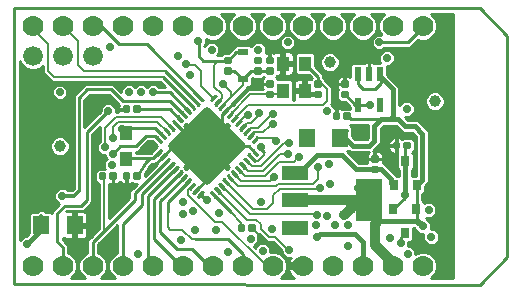
<source format=gbl>
G75*
G70*
%OFA0B0*%
%FSLAX24Y24*%
%IPPOS*%
%LPD*%
%AMOC8*
5,1,8,0,0,1.08239X$1,22.5*
%
%ADD10C,0.0100*%
%ADD11C,0.0125*%
%ADD12C,0.0394*%
%ADD13R,0.0394X0.0472*%
%ADD14R,0.0217X0.0472*%
%ADD15R,0.0310X0.0350*%
%ADD16R,0.0551X0.0630*%
%ADD17R,0.0413X0.0512*%
%ADD18C,0.0087*%
%ADD19C,0.0190*%
%ADD20R,0.0880X0.0480*%
%ADD21R,0.0866X0.1417*%
%ADD22R,0.0327X0.0248*%
%ADD23C,0.0700*%
%ADD24C,0.0660*%
%ADD25OC8,0.0240*%
%ADD26C,0.0080*%
%ADD27OC8,0.0270*%
%ADD28C,0.0160*%
%ADD29C,0.0570*%
%ADD30C,0.0720*%
%ADD31C,0.0320*%
%ADD32C,0.0120*%
D10*
X001820Y001850D02*
X017340Y001840D01*
X018270Y002770D01*
X018270Y010130D01*
X017350Y011050D01*
X001820Y011050D01*
X001820Y001850D01*
X003450Y002450D02*
X003450Y003090D01*
X003270Y003270D01*
X003270Y004230D01*
X003510Y004470D01*
X004070Y004470D01*
X004250Y004650D01*
X004250Y006920D01*
X004960Y007630D01*
X005210Y007635D02*
X005300Y007635D01*
X005300Y007667D02*
X005300Y007590D01*
X005210Y007590D01*
X005210Y007734D01*
X005064Y007880D01*
X004856Y007880D01*
X004710Y007734D01*
X004710Y007635D01*
X004170Y007095D01*
X004170Y007995D01*
X004345Y008170D01*
X004975Y008170D01*
X005317Y007829D01*
X005314Y007825D01*
X005300Y007770D01*
X005300Y007693D01*
X005562Y007693D01*
X005562Y007667D01*
X005300Y007667D01*
X005300Y007733D02*
X005210Y007733D01*
X005112Y007832D02*
X005314Y007832D01*
X005215Y007930D02*
X004170Y007930D01*
X004170Y007832D02*
X004808Y007832D01*
X004710Y007733D02*
X004170Y007733D01*
X004170Y007635D02*
X004710Y007635D01*
X004611Y007536D02*
X004170Y007536D01*
X004170Y007438D02*
X004513Y007438D01*
X004414Y007339D02*
X004170Y007339D01*
X004170Y007241D02*
X004316Y007241D01*
X004217Y007142D02*
X004170Y007142D01*
X003810Y007142D02*
X002020Y007142D01*
X002020Y007044D02*
X003810Y007044D01*
X003810Y006945D02*
X002020Y006945D01*
X002020Y006847D02*
X003810Y006847D01*
X003810Y006748D02*
X003485Y006748D01*
X003535Y006727D02*
X003415Y006777D01*
X003285Y006777D01*
X003165Y006727D01*
X003073Y006635D01*
X003023Y006515D01*
X003023Y006385D01*
X003073Y006265D01*
X003165Y006173D01*
X003285Y006123D01*
X003415Y006123D01*
X003535Y006173D01*
X003627Y006265D01*
X003677Y006385D01*
X003677Y006515D01*
X003627Y006635D01*
X003535Y006727D01*
X003613Y006650D02*
X003810Y006650D01*
X003810Y006551D02*
X003662Y006551D01*
X003677Y006453D02*
X003810Y006453D01*
X003810Y006354D02*
X003664Y006354D01*
X003618Y006256D02*
X003810Y006256D01*
X003810Y006157D02*
X003497Y006157D01*
X003203Y006157D02*
X002020Y006157D01*
X002020Y006059D02*
X003810Y006059D01*
X003810Y005960D02*
X002020Y005960D01*
X002020Y005862D02*
X003810Y005862D01*
X003810Y005763D02*
X002020Y005763D01*
X002020Y005665D02*
X003810Y005665D01*
X003810Y005566D02*
X002020Y005566D01*
X002020Y005468D02*
X003810Y005468D01*
X003810Y005369D02*
X002020Y005369D01*
X002020Y005271D02*
X003810Y005271D01*
X003810Y005172D02*
X002020Y005172D01*
X002020Y005074D02*
X003810Y005074D01*
X003810Y005039D02*
X003751Y004980D01*
X003615Y004980D01*
X003540Y005055D01*
X003320Y005055D01*
X003165Y004900D01*
X003165Y004680D01*
X003315Y004530D01*
X003090Y004305D01*
X003090Y004233D01*
X003068Y004255D01*
X002874Y004255D01*
X002818Y004311D01*
X002660Y004311D01*
X002604Y004255D01*
X002409Y004255D01*
X002333Y004179D01*
X002333Y003550D01*
X002238Y003455D01*
X002160Y003455D01*
X002020Y003315D01*
X002020Y009286D01*
X002060Y009189D01*
X002189Y009060D01*
X002358Y008990D01*
X002541Y008990D01*
X002711Y009060D01*
X002780Y009129D01*
X002780Y008880D01*
X002880Y008780D01*
X003080Y008580D01*
X006701Y008580D01*
X006851Y008430D01*
X006645Y008430D01*
X006560Y008515D01*
X006340Y008515D01*
X006250Y008425D01*
X006160Y008515D01*
X005940Y008515D01*
X005850Y008425D01*
X005760Y008515D01*
X005540Y008515D01*
X005385Y008360D01*
X005385Y008270D01*
X005230Y008425D01*
X005125Y008530D01*
X004195Y008530D01*
X003915Y008250D01*
X003810Y008145D01*
X003810Y005039D01*
X003990Y004950D02*
X003990Y008070D01*
X004270Y008350D01*
X005050Y008350D01*
X005450Y007950D01*
X007028Y007950D01*
X007477Y007501D01*
X007338Y007362D02*
X007020Y007680D01*
X005925Y007680D01*
X006450Y008250D02*
X007007Y008250D01*
X007617Y007640D01*
X007756Y007779D02*
X006785Y008750D01*
X006760Y008521D02*
X005134Y008521D01*
X005232Y008423D02*
X005448Y008423D01*
X005385Y008324D02*
X005331Y008324D01*
X005117Y008029D02*
X004203Y008029D01*
X004302Y008127D02*
X005018Y008127D01*
X004186Y008521D02*
X002020Y008521D01*
X002020Y008423D02*
X003169Y008423D01*
X003100Y008354D02*
X003100Y008146D01*
X003246Y008000D01*
X003454Y008000D01*
X003600Y008146D01*
X003600Y008354D01*
X003454Y008500D01*
X003246Y008500D01*
X003100Y008354D01*
X003100Y008324D02*
X002020Y008324D01*
X002020Y008226D02*
X003100Y008226D01*
X003119Y008127D02*
X002020Y008127D01*
X002020Y008029D02*
X003218Y008029D01*
X003482Y008029D02*
X003810Y008029D01*
X003810Y008127D02*
X003581Y008127D01*
X003600Y008226D02*
X003891Y008226D01*
X003989Y008324D02*
X003600Y008324D01*
X003531Y008423D02*
X004088Y008423D01*
X003810Y007930D02*
X002020Y007930D01*
X002020Y007832D02*
X003810Y007832D01*
X003810Y007733D02*
X002020Y007733D01*
X002020Y007635D02*
X003810Y007635D01*
X003810Y007536D02*
X002020Y007536D01*
X002020Y007438D02*
X003810Y007438D01*
X003810Y007339D02*
X002020Y007339D01*
X002020Y007241D02*
X003810Y007241D01*
X004430Y006845D02*
X004690Y007105D01*
X004690Y006604D01*
X004600Y006514D01*
X004600Y006306D01*
X004746Y006160D01*
X004860Y006160D01*
X004860Y006096D01*
X004921Y006036D01*
X004835Y005950D01*
X004835Y005730D01*
X004860Y005705D01*
X004633Y005705D01*
X004520Y005592D01*
X004520Y005308D01*
X004633Y005195D01*
X004660Y005195D01*
X004660Y003715D01*
X004375Y003430D01*
X004270Y003325D01*
X004270Y002895D01*
X004178Y002857D01*
X004043Y002722D01*
X003970Y002545D01*
X003970Y002355D01*
X004043Y002178D01*
X004173Y002048D01*
X003728Y002049D01*
X003857Y002178D01*
X003930Y002355D01*
X003930Y002545D01*
X003857Y002722D01*
X003722Y002857D01*
X003630Y002895D01*
X003630Y003165D01*
X003525Y003270D01*
X003525Y003270D01*
X003450Y003345D01*
X003450Y003399D01*
X003473Y003375D01*
X003508Y003355D01*
X003546Y003345D01*
X003791Y003345D01*
X003791Y003760D01*
X003891Y003760D01*
X003891Y003345D01*
X004137Y003345D01*
X004175Y003355D01*
X004209Y003375D01*
X004237Y003403D01*
X004257Y003437D01*
X004267Y003475D01*
X004267Y003760D01*
X003891Y003760D01*
X003891Y003860D01*
X003791Y003860D01*
X003791Y004275D01*
X003570Y004275D01*
X003585Y004290D01*
X004145Y004290D01*
X004430Y004575D01*
X004430Y006845D01*
X004431Y006847D02*
X004690Y006847D01*
X004690Y006945D02*
X004530Y006945D01*
X004628Y007044D02*
X004690Y007044D01*
X004690Y006748D02*
X004430Y006748D01*
X004430Y006650D02*
X004690Y006650D01*
X004637Y006551D02*
X004430Y006551D01*
X004430Y006453D02*
X004600Y006453D01*
X004600Y006354D02*
X004430Y006354D01*
X004430Y006256D02*
X004651Y006256D01*
X004860Y006157D02*
X004430Y006157D01*
X004430Y006059D02*
X004898Y006059D01*
X004845Y005960D02*
X004430Y005960D01*
X004430Y005862D02*
X004835Y005862D01*
X004835Y005763D02*
X004430Y005763D01*
X004430Y005665D02*
X004592Y005665D01*
X004520Y005566D02*
X004430Y005566D01*
X004430Y005468D02*
X004520Y005468D01*
X004520Y005369D02*
X004430Y005369D01*
X004430Y005271D02*
X004557Y005271D01*
X004660Y005172D02*
X004430Y005172D01*
X004430Y005074D02*
X004660Y005074D01*
X004660Y004975D02*
X004430Y004975D01*
X004430Y004877D02*
X004660Y004877D01*
X004660Y004778D02*
X004430Y004778D01*
X004430Y004680D02*
X004660Y004680D01*
X004660Y004581D02*
X004430Y004581D01*
X004337Y004483D02*
X004660Y004483D01*
X004660Y004384D02*
X004239Y004384D01*
X004175Y004265D02*
X004137Y004275D01*
X003891Y004275D01*
X003891Y003860D01*
X004267Y003860D01*
X004267Y004145D01*
X004257Y004183D01*
X004237Y004217D01*
X004209Y004245D01*
X004175Y004265D01*
X004254Y004187D02*
X004660Y004187D01*
X004660Y004089D02*
X004267Y004089D01*
X004267Y003990D02*
X004660Y003990D01*
X004660Y003892D02*
X004267Y003892D01*
X004267Y003695D02*
X004640Y003695D01*
X004660Y003793D02*
X003891Y003793D01*
X003891Y003695D02*
X003791Y003695D01*
X003791Y003596D02*
X003891Y003596D01*
X003891Y003498D02*
X003791Y003498D01*
X003791Y003399D02*
X003891Y003399D01*
X004233Y003399D02*
X004344Y003399D01*
X004270Y003301D02*
X003494Y003301D01*
X003593Y003202D02*
X004270Y003202D01*
X004270Y003104D02*
X003630Y003104D01*
X003630Y003005D02*
X004270Y003005D01*
X004270Y002907D02*
X003630Y002907D01*
X003771Y002808D02*
X004129Y002808D01*
X004038Y002710D02*
X003862Y002710D01*
X003903Y002611D02*
X003997Y002611D01*
X003970Y002513D02*
X003930Y002513D01*
X003930Y002414D02*
X003970Y002414D01*
X003986Y002316D02*
X003914Y002316D01*
X003873Y002217D02*
X004027Y002217D01*
X004103Y002119D02*
X003797Y002119D01*
X004450Y002450D02*
X004450Y003250D01*
X004830Y003630D01*
X005850Y004650D01*
X005850Y004880D01*
X006921Y005951D01*
X006921Y005956D01*
X007060Y005817D02*
X006100Y004857D01*
X006100Y004500D01*
X005450Y003850D01*
X005450Y002450D01*
X005103Y002119D02*
X004797Y002119D01*
X004857Y002178D02*
X004727Y002048D01*
X005173Y002048D01*
X005043Y002178D01*
X004970Y002355D01*
X004970Y002545D01*
X005043Y002722D01*
X005178Y002857D01*
X005270Y002895D01*
X005270Y003815D01*
X005010Y003555D01*
X004630Y003175D01*
X004630Y002895D01*
X004722Y002857D01*
X004857Y002722D01*
X004930Y002545D01*
X004930Y002355D01*
X004857Y002178D01*
X004873Y002217D02*
X005027Y002217D01*
X004986Y002316D02*
X004914Y002316D01*
X004930Y002414D02*
X004970Y002414D01*
X004970Y002513D02*
X004930Y002513D01*
X004903Y002611D02*
X004997Y002611D01*
X005038Y002710D02*
X004862Y002710D01*
X004771Y002808D02*
X005129Y002808D01*
X005270Y002907D02*
X004630Y002907D01*
X004630Y003005D02*
X005270Y003005D01*
X005270Y003104D02*
X004630Y003104D01*
X004657Y003202D02*
X005270Y003202D01*
X005270Y003301D02*
X004755Y003301D01*
X004854Y003399D02*
X005270Y003399D01*
X005270Y003498D02*
X004952Y003498D01*
X005051Y003596D02*
X005270Y003596D01*
X005270Y003695D02*
X005149Y003695D01*
X005248Y003793D02*
X005270Y003793D01*
X005000Y004055D02*
X005000Y005184D01*
X005035Y005175D01*
X005112Y005175D01*
X005112Y005437D01*
X005138Y005437D01*
X005138Y005175D01*
X005215Y005175D01*
X005270Y005189D01*
X005318Y005217D01*
X005350Y005249D01*
X005382Y005217D01*
X005430Y005189D01*
X005485Y005175D01*
X005562Y005175D01*
X005562Y005437D01*
X005588Y005437D01*
X005588Y005175D01*
X005665Y005175D01*
X005720Y005189D01*
X005763Y005215D01*
X005783Y005195D01*
X005910Y005195D01*
X005775Y005060D01*
X005670Y004955D01*
X005670Y004725D01*
X005000Y004055D01*
X005000Y004089D02*
X005034Y004089D01*
X005000Y004187D02*
X005132Y004187D01*
X005231Y004286D02*
X005000Y004286D01*
X005000Y004384D02*
X005329Y004384D01*
X005428Y004483D02*
X005000Y004483D01*
X005000Y004581D02*
X005526Y004581D01*
X005625Y004680D02*
X005000Y004680D01*
X005000Y004778D02*
X005670Y004778D01*
X005670Y004877D02*
X005000Y004877D01*
X005000Y004975D02*
X005690Y004975D01*
X005789Y005074D02*
X005000Y005074D01*
X005000Y005172D02*
X005887Y005172D01*
X005925Y005450D02*
X006225Y005925D01*
X006350Y006050D01*
X005583Y006050D01*
X005550Y006017D01*
X005877Y006230D02*
X005877Y006270D01*
X005965Y006270D01*
X006070Y006375D01*
X006070Y006375D01*
X006305Y006610D01*
X006438Y006610D01*
X006598Y006450D01*
X006562Y006414D01*
X006560Y006414D01*
X006375Y006230D01*
X005877Y006230D01*
X005877Y006256D02*
X006401Y006256D01*
X006499Y006354D02*
X006049Y006354D01*
X006147Y006453D02*
X006595Y006453D01*
X006497Y006551D02*
X006246Y006551D01*
X006230Y006790D02*
X005890Y006450D01*
X005360Y006450D01*
X005110Y006200D01*
X005550Y006750D02*
X005550Y006883D01*
X005537Y006883D01*
X005410Y007010D01*
X005550Y006883D02*
X005717Y007050D01*
X006536Y007050D01*
X006782Y006805D01*
X006642Y006666D02*
X006518Y006790D01*
X006230Y006790D01*
X006634Y006234D02*
X006450Y006050D01*
X006350Y006050D01*
X006425Y005870D02*
X006525Y005870D01*
X006555Y005901D01*
X006571Y005885D01*
X006781Y006095D01*
X006781Y006095D01*
X006571Y005885D01*
X006586Y005870D01*
X006180Y005465D01*
X006180Y005517D01*
X006366Y005812D01*
X006425Y005870D01*
X006416Y005862D02*
X006577Y005862D01*
X006646Y005960D02*
X006646Y005960D01*
X006745Y006059D02*
X006745Y006059D01*
X006782Y006095D02*
X007636Y006950D01*
X007750Y006950D01*
X007472Y006950D01*
X007199Y007223D01*
X007499Y007130D02*
X008179Y006450D01*
X008250Y006521D01*
X007570Y007201D01*
X007499Y007130D01*
X007511Y007142D02*
X007629Y007142D01*
X007586Y007044D02*
X007727Y007044D01*
X007684Y006945D02*
X007826Y006945D01*
X007783Y006847D02*
X007924Y006847D01*
X007881Y006748D02*
X008023Y006748D01*
X007980Y006650D02*
X008121Y006650D01*
X008078Y006551D02*
X008220Y006551D01*
X008250Y006521D02*
X008930Y007201D01*
X009001Y007130D01*
X008321Y006450D01*
X009001Y005770D01*
X008930Y005699D01*
X008250Y006379D01*
X008321Y006450D01*
X008250Y006521D01*
X008280Y006551D02*
X008422Y006551D01*
X008379Y006650D02*
X008520Y006650D01*
X008477Y006748D02*
X008619Y006748D01*
X008576Y006847D02*
X008717Y006847D01*
X008674Y006945D02*
X008816Y006945D01*
X008750Y006950D02*
X008950Y006950D01*
X009450Y006450D01*
X009642Y006450D01*
X009858Y006234D01*
X009719Y006095D02*
X009864Y005950D01*
X010150Y006250D02*
X010050Y006350D01*
X010050Y006410D01*
X008994Y005763D02*
X008866Y005763D01*
X008909Y005862D02*
X008768Y005862D01*
X008750Y005836D02*
X008750Y005950D01*
X008811Y005960D02*
X008669Y005960D01*
X008712Y006059D02*
X008571Y006059D01*
X008614Y006157D02*
X008472Y006157D01*
X008515Y006256D02*
X008374Y006256D01*
X008417Y006354D02*
X008275Y006354D01*
X008250Y006379D02*
X007570Y005699D01*
X007499Y005770D01*
X008179Y006450D01*
X008250Y006379D01*
X008225Y006354D02*
X008083Y006354D01*
X008126Y006256D02*
X007985Y006256D01*
X008028Y006157D02*
X007886Y006157D01*
X007929Y006059D02*
X007788Y006059D01*
X007831Y005960D02*
X007689Y005960D01*
X007732Y005862D02*
X007591Y005862D01*
X007634Y005763D02*
X007506Y005763D01*
X007338Y005538D02*
X006500Y004700D01*
X006500Y003350D01*
X007400Y002450D01*
X007450Y002450D01*
X007270Y003030D02*
X007750Y003030D01*
X008330Y002450D01*
X008450Y002450D01*
X009450Y002450D02*
X009450Y002850D01*
X008950Y003350D01*
X007850Y003350D01*
X007270Y003030D02*
X006700Y003600D01*
X006700Y004622D01*
X007477Y005399D01*
X007617Y005260D02*
X006950Y004593D01*
X006950Y004250D01*
X006300Y004778D02*
X006300Y002650D01*
X006450Y002500D01*
X006450Y002450D01*
X004541Y003596D02*
X004267Y003596D01*
X004267Y003498D02*
X004443Y003498D01*
X003891Y003892D02*
X003791Y003892D01*
X003791Y003990D02*
X003891Y003990D01*
X003891Y004089D02*
X003791Y004089D01*
X003791Y004187D02*
X003891Y004187D01*
X003580Y004286D02*
X004660Y004286D01*
X005112Y005271D02*
X005138Y005271D01*
X005138Y005369D02*
X005112Y005369D01*
X005562Y005369D02*
X005588Y005369D01*
X005588Y005271D02*
X005562Y005271D01*
X006180Y005468D02*
X006183Y005468D01*
X006211Y005566D02*
X006281Y005566D01*
X006273Y005665D02*
X006380Y005665D01*
X006336Y005763D02*
X006478Y005763D01*
X006634Y006234D02*
X006642Y006234D01*
X007199Y005677D02*
X006300Y004778D01*
X007802Y004888D02*
X007895Y004981D01*
X007802Y004888D01*
X007802Y004888D01*
X007889Y004975D02*
X007889Y004975D01*
X007895Y004981D02*
X007895Y004981D01*
X008750Y005836D01*
X008323Y006453D02*
X008318Y006453D01*
X008250Y006450D02*
X007950Y006450D01*
X008177Y006453D02*
X008182Y006453D01*
X008750Y006950D02*
X008750Y007507D01*
X008883Y007640D01*
X008749Y007506D01*
X008749Y007506D01*
X008883Y007640D01*
X008883Y007640D01*
X009094Y007851D01*
X009077Y007867D01*
X009140Y007930D01*
X009240Y008030D01*
X009240Y008035D01*
X009620Y008415D01*
X009620Y008423D01*
X009667Y008423D01*
X009743Y008499D01*
X009743Y008716D01*
X009768Y008740D01*
X009808Y008700D01*
X010092Y008700D01*
X010150Y008758D01*
X010154Y008754D01*
X010117Y008718D01*
X010089Y008670D01*
X010075Y008615D01*
X010075Y008538D01*
X010337Y008538D01*
X010337Y008512D01*
X010075Y008512D01*
X010075Y008435D01*
X010089Y008380D01*
X010110Y008345D01*
X009626Y008345D01*
X009527Y008245D01*
X009113Y007832D01*
X009094Y007851D01*
X008883Y007640D01*
X008883Y007640D01*
X008878Y007635D02*
X008878Y007635D01*
X008976Y007733D02*
X008976Y007733D01*
X009075Y007832D02*
X009075Y007832D01*
X009140Y007930D02*
X009211Y007930D01*
X009239Y008029D02*
X009310Y008029D01*
X009332Y008127D02*
X009408Y008127D01*
X009431Y008226D02*
X009507Y008226D01*
X009529Y008324D02*
X009605Y008324D01*
X009620Y008423D02*
X010078Y008423D01*
X010076Y008620D02*
X009743Y008620D01*
X009745Y008718D02*
X009790Y008718D01*
X009743Y008521D02*
X010337Y008521D01*
X010118Y008718D02*
X010110Y008718D01*
X009950Y008955D02*
X009728Y008955D01*
X009450Y008677D01*
X009172Y008955D01*
X008950Y008955D01*
X008950Y009305D02*
X008650Y009305D01*
X008135Y009305D01*
X007990Y009450D01*
X007990Y009910D01*
X007950Y009950D01*
X008170Y009795D02*
X008215Y009840D01*
X008215Y010028D01*
X008355Y009970D01*
X008545Y009970D01*
X008722Y010043D01*
X008857Y010178D01*
X008930Y010355D01*
X008930Y010545D01*
X008857Y010722D01*
X008729Y010850D01*
X009171Y010850D01*
X009043Y010722D01*
X008970Y010545D01*
X008970Y010355D01*
X009043Y010178D01*
X009178Y010043D01*
X009355Y009970D01*
X009545Y009970D01*
X009722Y010043D01*
X009857Y010178D01*
X009930Y010355D01*
X009930Y010545D01*
X009857Y010722D01*
X009729Y010850D01*
X010171Y010850D01*
X010043Y010722D01*
X009970Y010545D01*
X009970Y010355D01*
X010043Y010178D01*
X010178Y010043D01*
X010355Y009970D01*
X010545Y009970D01*
X010722Y010043D01*
X010857Y010178D01*
X010930Y010355D01*
X010930Y010545D01*
X010857Y010722D01*
X010729Y010850D01*
X011171Y010850D01*
X011043Y010722D01*
X010970Y010545D01*
X010970Y010355D01*
X011043Y010178D01*
X011178Y010043D01*
X011355Y009970D01*
X011545Y009970D01*
X011722Y010043D01*
X011857Y010178D01*
X011930Y010355D01*
X011930Y010545D01*
X011857Y010722D01*
X011729Y010850D01*
X012171Y010850D01*
X012043Y010722D01*
X011970Y010545D01*
X011970Y010355D01*
X012043Y010178D01*
X012178Y010043D01*
X012355Y009970D01*
X012545Y009970D01*
X012722Y010043D01*
X012857Y010178D01*
X012930Y010355D01*
X012930Y010545D01*
X012857Y010722D01*
X012729Y010850D01*
X013171Y010850D01*
X013043Y010722D01*
X012970Y010545D01*
X012970Y010355D01*
X013043Y010178D01*
X013178Y010043D01*
X013355Y009970D01*
X013545Y009970D01*
X013722Y010043D01*
X013857Y010178D01*
X013930Y010355D01*
X013930Y010545D01*
X013857Y010722D01*
X013729Y010850D01*
X014171Y010850D01*
X014043Y010722D01*
X013970Y010545D01*
X013970Y010355D01*
X014043Y010178D01*
X014061Y010160D01*
X013886Y010160D01*
X013740Y010014D01*
X013740Y009806D01*
X013886Y009660D01*
X014094Y009660D01*
X014164Y009730D01*
X015025Y009730D01*
X015291Y009996D01*
X015355Y009970D01*
X015545Y009970D01*
X015722Y010043D01*
X015857Y010178D01*
X015930Y010355D01*
X015930Y010545D01*
X015857Y010722D01*
X015729Y010850D01*
X016450Y010850D01*
X016450Y002041D01*
X015717Y002041D01*
X015722Y002043D01*
X015857Y002178D01*
X015930Y002355D01*
X015930Y002545D01*
X015857Y002722D01*
X015722Y002857D01*
X015545Y002930D01*
X015355Y002930D01*
X015205Y002868D01*
X015205Y002980D01*
X015050Y003135D01*
X014960Y003135D01*
X014960Y003245D01*
X015049Y003245D01*
X015125Y003321D01*
X015125Y003740D01*
X015143Y003740D01*
X015193Y003690D01*
X015195Y003690D01*
X015195Y003670D01*
X015350Y003515D01*
X015465Y003515D01*
X015465Y003310D01*
X015620Y003155D01*
X015840Y003155D01*
X015995Y003310D01*
X015995Y003530D01*
X015840Y003685D01*
X015725Y003685D01*
X015725Y003890D01*
X015570Y004045D01*
X015552Y004045D01*
X015552Y004045D01*
X015750Y004045D01*
X015905Y004200D01*
X015905Y004420D01*
X015750Y004575D01*
X015530Y004575D01*
X015505Y004550D01*
X015505Y004579D01*
X015429Y004655D01*
X015420Y004655D01*
X015420Y004845D01*
X015449Y004845D01*
X015525Y004921D01*
X015525Y005138D01*
X015640Y005253D01*
X015640Y006957D01*
X015517Y007080D01*
X015277Y007320D01*
X014957Y007320D01*
X014852Y007425D01*
X015020Y007425D01*
X015175Y007580D01*
X015175Y007800D01*
X015020Y007955D01*
X014800Y007955D01*
X014660Y007815D01*
X014660Y008437D01*
X014262Y008835D01*
X014262Y009125D01*
X014360Y009125D01*
X014515Y009280D01*
X014515Y009500D01*
X014360Y009655D01*
X014140Y009655D01*
X013985Y009500D01*
X013985Y009280D01*
X014037Y009228D01*
X013862Y009228D01*
X013851Y009217D01*
X013850Y009218D01*
X013816Y009238D01*
X013778Y009248D01*
X013654Y009248D01*
X013654Y008866D01*
X013646Y008866D01*
X013646Y009248D01*
X013522Y009248D01*
X013484Y009238D01*
X013450Y009218D01*
X013449Y009217D01*
X013438Y009228D01*
X013114Y009228D01*
X013038Y009152D01*
X013038Y008761D01*
X012995Y008786D01*
X012940Y008800D01*
X012863Y008800D01*
X012863Y008538D01*
X012837Y008538D01*
X012837Y008800D01*
X012760Y008800D01*
X012705Y008786D01*
X012657Y008758D01*
X012617Y008718D01*
X012589Y008670D01*
X012575Y008615D01*
X012575Y008538D01*
X012837Y008538D01*
X012837Y008512D01*
X012575Y008512D01*
X012575Y008435D01*
X012589Y008380D01*
X012615Y008337D01*
X012595Y008317D01*
X012595Y008033D01*
X012708Y007920D01*
X012850Y007920D01*
X013007Y007764D01*
X013038Y007733D01*
X013038Y007705D01*
X012783Y007705D01*
X012763Y007685D01*
X012720Y007711D01*
X012665Y007725D01*
X012588Y007725D01*
X012588Y007463D01*
X012562Y007463D01*
X012562Y007725D01*
X012520Y007725D01*
X012520Y007734D01*
X012397Y007857D01*
X012420Y007880D01*
X012420Y008420D01*
X012245Y008595D01*
X012245Y008595D01*
X012205Y008635D01*
X012205Y008667D01*
X012130Y008742D01*
X012130Y008841D01*
X011851Y009121D01*
X011851Y009513D01*
X011775Y009589D01*
X011254Y009589D01*
X011177Y009513D01*
X011177Y008893D01*
X011254Y008817D01*
X011646Y008817D01*
X011067Y008817D01*
X011050Y008807D02*
X011085Y008827D01*
X011113Y008855D01*
X011132Y008889D01*
X011143Y008927D01*
X011143Y009153D01*
X010836Y009153D01*
X010836Y009253D01*
X010736Y009253D01*
X010736Y009609D01*
X010559Y009609D01*
X010521Y009598D01*
X010487Y009579D01*
X010478Y009570D01*
X010440Y009580D01*
X010363Y009580D01*
X010363Y009318D01*
X010337Y009318D01*
X010337Y009580D01*
X010260Y009580D01*
X010220Y009569D01*
X010220Y009774D01*
X010074Y009920D01*
X009866Y009920D01*
X009725Y009779D01*
X009667Y009837D01*
X009233Y009837D01*
X009159Y009763D01*
X009153Y009763D01*
X009048Y009657D01*
X008950Y009560D01*
X008808Y009560D01*
X008733Y009485D01*
X008589Y009485D01*
X008660Y009556D01*
X008660Y009764D01*
X008514Y009910D01*
X008306Y009910D01*
X008170Y009774D01*
X008170Y009795D01*
X008176Y009802D02*
X008198Y009802D01*
X008215Y009900D02*
X008296Y009900D01*
X008286Y009999D02*
X008215Y009999D01*
X008524Y009900D02*
X009846Y009900D01*
X009748Y009802D02*
X009702Y009802D01*
X009614Y009999D02*
X010286Y009999D01*
X010124Y010097D02*
X009776Y010097D01*
X009864Y010196D02*
X010036Y010196D01*
X009995Y010294D02*
X009905Y010294D01*
X009930Y010393D02*
X009970Y010393D01*
X009970Y010491D02*
X009930Y010491D01*
X009912Y010590D02*
X009988Y010590D01*
X010029Y010688D02*
X009871Y010688D01*
X009792Y010787D02*
X010108Y010787D01*
X010792Y010787D02*
X011108Y010787D01*
X011029Y010688D02*
X010871Y010688D01*
X010912Y010590D02*
X010988Y010590D01*
X010970Y010491D02*
X010930Y010491D01*
X010930Y010393D02*
X010970Y010393D01*
X010995Y010294D02*
X010905Y010294D01*
X010864Y010196D02*
X011036Y010196D01*
X011054Y010160D02*
X010846Y010160D01*
X010700Y010014D01*
X010700Y009806D01*
X010846Y009660D01*
X011054Y009660D01*
X011200Y009806D01*
X011200Y010014D01*
X011054Y010160D01*
X011117Y010097D02*
X011124Y010097D01*
X011200Y009999D02*
X011286Y009999D01*
X011200Y009900D02*
X013740Y009900D01*
X013740Y009999D02*
X013614Y009999D01*
X013776Y010097D02*
X013823Y010097D01*
X013864Y010196D02*
X014036Y010196D01*
X013995Y010294D02*
X013905Y010294D01*
X013930Y010393D02*
X013970Y010393D01*
X013970Y010491D02*
X013930Y010491D01*
X013912Y010590D02*
X013988Y010590D01*
X014029Y010688D02*
X013871Y010688D01*
X013792Y010787D02*
X014108Y010787D01*
X013108Y010787D02*
X012792Y010787D01*
X012871Y010688D02*
X013029Y010688D01*
X012988Y010590D02*
X012912Y010590D01*
X012930Y010491D02*
X012970Y010491D01*
X012970Y010393D02*
X012930Y010393D01*
X012905Y010294D02*
X012995Y010294D01*
X013036Y010196D02*
X012864Y010196D01*
X012776Y010097D02*
X013124Y010097D01*
X013286Y009999D02*
X012614Y009999D01*
X012286Y009999D02*
X011614Y009999D01*
X011776Y010097D02*
X012124Y010097D01*
X012036Y010196D02*
X011864Y010196D01*
X011905Y010294D02*
X011995Y010294D01*
X011970Y010393D02*
X011930Y010393D01*
X011930Y010491D02*
X011970Y010491D01*
X011988Y010590D02*
X011912Y010590D01*
X011871Y010688D02*
X012029Y010688D01*
X012108Y010787D02*
X011792Y010787D01*
X010783Y010097D02*
X010776Y010097D01*
X010700Y009999D02*
X010614Y009999D01*
X010700Y009900D02*
X010094Y009900D01*
X010192Y009802D02*
X010705Y009802D01*
X010803Y009703D02*
X010220Y009703D01*
X010220Y009605D02*
X010544Y009605D01*
X010736Y009605D02*
X010836Y009605D01*
X010836Y009609D02*
X010836Y009253D01*
X011143Y009253D01*
X011143Y009478D01*
X011132Y009517D01*
X011113Y009551D01*
X011085Y009579D01*
X011050Y009598D01*
X011012Y009609D01*
X010836Y009609D01*
X010836Y009506D02*
X010736Y009506D01*
X010736Y009408D02*
X010836Y009408D01*
X010836Y009309D02*
X010736Y009309D01*
X010836Y009211D02*
X011177Y009211D01*
X011177Y009309D02*
X011143Y009309D01*
X011143Y009408D02*
X011177Y009408D01*
X011177Y009506D02*
X011135Y009506D01*
X011028Y009605D02*
X014090Y009605D01*
X014137Y009703D02*
X016450Y009703D01*
X016450Y009605D02*
X014410Y009605D01*
X014509Y009506D02*
X016450Y009506D01*
X016450Y009408D02*
X014515Y009408D01*
X014515Y009309D02*
X016450Y009309D01*
X016450Y009211D02*
X014445Y009211D01*
X014262Y009112D02*
X016450Y009112D01*
X016450Y009014D02*
X014262Y009014D01*
X014262Y008915D02*
X016450Y008915D01*
X016450Y008817D02*
X014280Y008817D01*
X014379Y008718D02*
X016450Y008718D01*
X016450Y008620D02*
X014477Y008620D01*
X014576Y008521D02*
X016450Y008521D01*
X016450Y008423D02*
X014660Y008423D01*
X014660Y008324D02*
X016450Y008324D01*
X016450Y008226D02*
X016037Y008226D01*
X016035Y008227D02*
X015915Y008277D01*
X015785Y008277D01*
X015665Y008227D01*
X015573Y008135D01*
X015523Y008015D01*
X015523Y007885D01*
X015573Y007765D01*
X015665Y007673D01*
X015785Y007623D01*
X015915Y007623D01*
X016035Y007673D01*
X016127Y007765D01*
X016177Y007885D01*
X016177Y008015D01*
X016127Y008135D01*
X016035Y008227D01*
X016130Y008127D02*
X016450Y008127D01*
X016450Y008029D02*
X016171Y008029D01*
X016177Y007930D02*
X016450Y007930D01*
X016450Y007832D02*
X016155Y007832D01*
X016095Y007733D02*
X016450Y007733D01*
X016450Y007635D02*
X015942Y007635D01*
X015758Y007635D02*
X015175Y007635D01*
X015175Y007733D02*
X015605Y007733D01*
X015545Y007832D02*
X015143Y007832D01*
X015045Y007930D02*
X015523Y007930D01*
X015529Y008029D02*
X014660Y008029D01*
X014660Y008127D02*
X015570Y008127D01*
X015663Y008226D02*
X014660Y008226D01*
X014660Y007930D02*
X014775Y007930D01*
X014677Y007832D02*
X014660Y007832D01*
X015032Y007438D02*
X016450Y007438D01*
X016450Y007536D02*
X015131Y007536D01*
X014938Y007339D02*
X016450Y007339D01*
X016450Y007241D02*
X015356Y007241D01*
X015455Y007142D02*
X016450Y007142D01*
X016450Y007044D02*
X015553Y007044D01*
X015640Y006945D02*
X016450Y006945D01*
X016450Y006847D02*
X015640Y006847D01*
X015640Y006748D02*
X016450Y006748D01*
X016450Y006650D02*
X015640Y006650D01*
X015640Y006551D02*
X016450Y006551D01*
X016450Y006453D02*
X015640Y006453D01*
X015640Y006354D02*
X016450Y006354D01*
X016450Y006256D02*
X015640Y006256D01*
X015640Y006157D02*
X016450Y006157D01*
X016450Y006059D02*
X015640Y006059D01*
X015640Y005960D02*
X016450Y005960D01*
X016450Y005862D02*
X015640Y005862D01*
X015640Y005763D02*
X016450Y005763D01*
X016450Y005665D02*
X015640Y005665D01*
X015640Y005566D02*
X016450Y005566D01*
X016450Y005468D02*
X015640Y005468D01*
X015640Y005369D02*
X016450Y005369D01*
X016450Y005271D02*
X015640Y005271D01*
X015559Y005172D02*
X016450Y005172D01*
X016450Y005074D02*
X015525Y005074D01*
X015525Y004975D02*
X016450Y004975D01*
X016450Y004877D02*
X015480Y004877D01*
X015420Y004778D02*
X016450Y004778D01*
X016450Y004680D02*
X015420Y004680D01*
X015503Y004581D02*
X016450Y004581D01*
X016450Y004483D02*
X015842Y004483D01*
X015905Y004384D02*
X016450Y004384D01*
X016450Y004286D02*
X015905Y004286D01*
X015892Y004187D02*
X016450Y004187D01*
X016450Y004089D02*
X015793Y004089D01*
X015625Y003990D02*
X016450Y003990D01*
X016450Y003892D02*
X015723Y003892D01*
X015725Y003793D02*
X016450Y003793D01*
X016450Y003695D02*
X015725Y003695D01*
X015929Y003596D02*
X016450Y003596D01*
X016450Y003498D02*
X015995Y003498D01*
X015995Y003399D02*
X016450Y003399D01*
X016450Y003301D02*
X015985Y003301D01*
X015887Y003202D02*
X016450Y003202D01*
X016450Y003104D02*
X015081Y003104D01*
X015180Y003005D02*
X016450Y003005D01*
X016450Y002907D02*
X015602Y002907D01*
X015771Y002808D02*
X016450Y002808D01*
X016450Y002710D02*
X015862Y002710D01*
X015903Y002611D02*
X016450Y002611D01*
X016450Y002513D02*
X015930Y002513D01*
X015930Y002414D02*
X016450Y002414D01*
X016450Y002316D02*
X015914Y002316D01*
X015873Y002217D02*
X016450Y002217D01*
X016450Y002119D02*
X015797Y002119D01*
X015298Y002907D02*
X015205Y002907D01*
X014960Y003202D02*
X015573Y003202D01*
X015475Y003301D02*
X015104Y003301D01*
X015125Y003399D02*
X015465Y003399D01*
X015465Y003498D02*
X015125Y003498D01*
X015125Y003596D02*
X015269Y003596D01*
X015189Y003695D02*
X015125Y003695D01*
X015400Y003900D02*
X015460Y003780D01*
X015400Y003900D02*
X015250Y004050D01*
X015250Y004320D01*
X015220Y004350D01*
X015240Y004370D01*
X015240Y005150D01*
X014870Y004830D02*
X014850Y004740D01*
X014460Y004350D01*
X014840Y003550D02*
X014710Y003420D01*
X014710Y003220D01*
X011400Y002500D02*
X011400Y002400D01*
X010952Y002400D01*
X010962Y002333D01*
X010987Y002258D01*
X011022Y002188D01*
X011069Y002124D01*
X011124Y002069D01*
X011158Y002044D01*
X010723Y002044D01*
X010857Y002178D01*
X010930Y002355D01*
X010930Y002545D01*
X010857Y002722D01*
X010722Y002857D01*
X010545Y002930D01*
X010360Y002930D01*
X010360Y003064D01*
X010214Y003210D01*
X010006Y003210D01*
X009868Y003072D01*
X009832Y003108D01*
X009970Y003246D01*
X009970Y003454D01*
X009940Y003483D01*
X009948Y003487D01*
X009980Y003520D01*
X010140Y003360D01*
X010240Y003260D01*
X010450Y003260D01*
X010750Y002960D01*
X010750Y002886D01*
X010896Y002740D01*
X011043Y002740D01*
X011022Y002712D01*
X010987Y002642D01*
X010962Y002567D01*
X010952Y002500D01*
X011400Y002500D01*
X011400Y002414D02*
X010930Y002414D01*
X010930Y002513D02*
X010954Y002513D01*
X010977Y002611D02*
X010903Y002611D01*
X010862Y002710D02*
X011021Y002710D01*
X010828Y002808D02*
X010771Y002808D01*
X010750Y002907D02*
X010602Y002907D01*
X010705Y003005D02*
X010360Y003005D01*
X010320Y003104D02*
X010606Y003104D01*
X010508Y003202D02*
X010222Y003202D01*
X010199Y003301D02*
X009970Y003301D01*
X009970Y003399D02*
X010101Y003399D01*
X010002Y003498D02*
X009958Y003498D01*
X009760Y003710D02*
X009755Y003715D01*
X009755Y003720D01*
X009926Y003202D02*
X009998Y003202D01*
X009900Y003104D02*
X009837Y003104D01*
X010400Y002550D02*
X010450Y002500D01*
X010450Y002450D01*
X010797Y002119D02*
X011074Y002119D01*
X011008Y002217D02*
X010873Y002217D01*
X010914Y002316D02*
X010968Y002316D01*
X009058Y004250D02*
X008466Y004842D01*
X008250Y004650D02*
X008227Y004650D01*
X008034Y004842D01*
X008773Y007044D02*
X008914Y007044D01*
X008871Y007142D02*
X008989Y007142D01*
X008779Y007536D02*
X008779Y007536D01*
X008034Y008058D02*
X006242Y009850D01*
X005310Y009850D01*
X004710Y010450D01*
X004450Y010450D01*
X002780Y009112D02*
X002763Y009112D01*
X002780Y009014D02*
X002598Y009014D01*
X002780Y008915D02*
X002020Y008915D01*
X002020Y008817D02*
X002843Y008817D01*
X002942Y008718D02*
X002020Y008718D01*
X002020Y008620D02*
X003040Y008620D01*
X002302Y009014D02*
X002020Y009014D01*
X002020Y009112D02*
X002137Y009112D01*
X002051Y009211D02*
X002020Y009211D01*
X002020Y006748D02*
X003215Y006748D01*
X003087Y006650D02*
X002020Y006650D01*
X002020Y006551D02*
X003038Y006551D01*
X003023Y006453D02*
X002020Y006453D01*
X002020Y006354D02*
X003036Y006354D01*
X003082Y006256D02*
X002020Y006256D01*
X002020Y004975D02*
X003240Y004975D01*
X003165Y004877D02*
X002020Y004877D01*
X002020Y004778D02*
X003165Y004778D01*
X003166Y004680D02*
X002020Y004680D01*
X002020Y004581D02*
X003264Y004581D01*
X003268Y004483D02*
X002020Y004483D01*
X002020Y004384D02*
X003169Y004384D01*
X003090Y004286D02*
X002843Y004286D01*
X002634Y004286D02*
X002020Y004286D01*
X002020Y004187D02*
X002341Y004187D01*
X002333Y004089D02*
X002020Y004089D01*
X002020Y003990D02*
X002333Y003990D01*
X002333Y003892D02*
X002020Y003892D01*
X002020Y003793D02*
X002333Y003793D01*
X002333Y003695D02*
X002020Y003695D01*
X002020Y003596D02*
X002333Y003596D01*
X002281Y003498D02*
X002020Y003498D01*
X002020Y003399D02*
X002104Y003399D01*
X006864Y008950D02*
X007895Y007918D01*
X008950Y009305D02*
X009228Y009583D01*
X009450Y009583D01*
X009198Y009802D02*
X008622Y009802D01*
X008660Y009703D02*
X009093Y009703D01*
X008995Y009605D02*
X008660Y009605D01*
X008610Y009506D02*
X008754Y009506D01*
X008614Y009999D02*
X009286Y009999D01*
X009124Y010097D02*
X008776Y010097D01*
X008864Y010196D02*
X009036Y010196D01*
X008995Y010294D02*
X008905Y010294D01*
X008930Y010393D02*
X008970Y010393D01*
X008970Y010491D02*
X008930Y010491D01*
X008912Y010590D02*
X008988Y010590D01*
X009029Y010688D02*
X008871Y010688D01*
X008792Y010787D02*
X009108Y010787D01*
X010337Y009506D02*
X010363Y009506D01*
X010363Y009408D02*
X010337Y009408D01*
X010736Y009153D02*
X010836Y009153D01*
X010836Y008797D01*
X011012Y008797D01*
X011050Y008807D01*
X011046Y008683D02*
X010603Y008683D01*
X010583Y008718D01*
X010546Y008754D01*
X010589Y008797D01*
X010736Y008797D01*
X010736Y009153D01*
X010736Y009112D02*
X010836Y009112D01*
X010836Y009014D02*
X010736Y009014D01*
X010736Y008915D02*
X010836Y008915D01*
X010836Y008817D02*
X010736Y008817D01*
X010582Y008718D02*
X011744Y008718D01*
X011745Y008717D02*
X011731Y008703D01*
X011564Y008703D01*
X011564Y008347D01*
X011464Y008347D01*
X011464Y008247D01*
X011157Y008247D01*
X011157Y008022D01*
X011168Y007983D01*
X011170Y007980D01*
X011115Y007980D01*
X011123Y007987D01*
X011123Y008607D01*
X011046Y008683D01*
X011110Y008620D02*
X011173Y008620D01*
X011168Y008611D02*
X011157Y008573D01*
X011157Y008347D01*
X011464Y008347D01*
X011464Y008703D01*
X011288Y008703D01*
X011250Y008693D01*
X011215Y008673D01*
X011187Y008645D01*
X011168Y008611D01*
X011157Y008521D02*
X011123Y008521D01*
X011123Y008423D02*
X011157Y008423D01*
X011123Y008324D02*
X011464Y008324D01*
X011464Y008423D02*
X011564Y008423D01*
X011564Y008521D02*
X011464Y008521D01*
X011464Y008620D02*
X011564Y008620D01*
X011745Y008717D02*
X011646Y008817D01*
X011950Y008767D02*
X011950Y008525D01*
X011950Y008767D02*
X011514Y009203D01*
X011851Y009211D02*
X012023Y009211D01*
X012023Y009185D02*
X012073Y009065D01*
X012165Y008973D01*
X012285Y008923D01*
X012415Y008923D01*
X012535Y008973D01*
X012627Y009065D01*
X012677Y009185D01*
X012677Y009315D01*
X012627Y009435D01*
X012535Y009527D01*
X012415Y009577D01*
X012285Y009577D01*
X012165Y009527D01*
X012073Y009435D01*
X012023Y009315D01*
X012023Y009185D01*
X012053Y009112D02*
X011859Y009112D01*
X011958Y009014D02*
X012124Y009014D01*
X012056Y008915D02*
X013038Y008915D01*
X013038Y008817D02*
X012130Y008817D01*
X012154Y008718D02*
X012618Y008718D01*
X012576Y008620D02*
X012221Y008620D01*
X012319Y008521D02*
X012837Y008521D01*
X012837Y008620D02*
X012863Y008620D01*
X012863Y008718D02*
X012837Y008718D01*
X013038Y009014D02*
X012576Y009014D01*
X012647Y009112D02*
X013038Y009112D01*
X013096Y009211D02*
X012677Y009211D01*
X012677Y009309D02*
X013985Y009309D01*
X013985Y009408D02*
X012639Y009408D01*
X012556Y009506D02*
X013991Y009506D01*
X013843Y009703D02*
X011097Y009703D01*
X011195Y009802D02*
X013745Y009802D01*
X013990Y009910D02*
X014950Y009910D01*
X015450Y010410D01*
X015450Y010450D01*
X015792Y010787D02*
X016450Y010787D01*
X016450Y010688D02*
X015871Y010688D01*
X015912Y010590D02*
X016450Y010590D01*
X016450Y010491D02*
X015930Y010491D01*
X015930Y010393D02*
X016450Y010393D01*
X016450Y010294D02*
X015905Y010294D01*
X015864Y010196D02*
X016450Y010196D01*
X016450Y010097D02*
X015776Y010097D01*
X015614Y009999D02*
X016450Y009999D01*
X016450Y009900D02*
X015195Y009900D01*
X015096Y009802D02*
X016450Y009802D01*
X014050Y008836D02*
X014050Y008550D01*
X013850Y008350D01*
X013450Y008350D01*
X013276Y008524D01*
X013276Y008862D01*
X013646Y008915D02*
X013654Y008915D01*
X013646Y009014D02*
X013654Y009014D01*
X013646Y009112D02*
X013654Y009112D01*
X013646Y009211D02*
X013654Y009211D01*
X014024Y008862D02*
X014050Y008836D01*
X013187Y007838D02*
X012850Y008175D01*
X012825Y008175D01*
X012595Y008127D02*
X012420Y008127D01*
X012420Y008029D02*
X012599Y008029D01*
X012698Y007930D02*
X012420Y007930D01*
X012422Y007832D02*
X012939Y007832D01*
X013037Y007733D02*
X012520Y007733D01*
X012562Y007635D02*
X012588Y007635D01*
X012588Y007536D02*
X012562Y007536D01*
X012925Y007450D02*
X012950Y007450D01*
X013050Y007350D01*
X014070Y007350D01*
X014157Y007140D02*
X014543Y007140D01*
X014660Y007023D01*
X014783Y006900D01*
X015103Y006900D01*
X015220Y006783D01*
X015220Y005455D01*
X015080Y005455D01*
X015080Y005656D01*
X015145Y005721D01*
X015145Y006179D01*
X015088Y006236D01*
X015180Y006328D01*
X015180Y006612D01*
X015067Y006725D01*
X014783Y006725D01*
X014763Y006705D01*
X014720Y006731D01*
X014665Y006745D01*
X014588Y006745D01*
X014588Y006483D01*
X014562Y006483D01*
X014562Y006745D01*
X014485Y006745D01*
X014430Y006731D01*
X014382Y006703D01*
X014342Y006663D01*
X014314Y006615D01*
X014300Y006560D01*
X014300Y006483D01*
X014562Y006483D01*
X014562Y006457D01*
X014588Y006457D01*
X014588Y006195D01*
X014591Y006195D01*
X014575Y006179D01*
X014575Y005721D01*
X014651Y005645D01*
X014660Y005645D01*
X014660Y005455D01*
X014582Y005455D01*
X014477Y005560D01*
X014152Y005885D01*
X014112Y005885D01*
X014125Y005935D01*
X014125Y006012D01*
X013863Y006012D01*
X013863Y006038D01*
X013837Y006038D01*
X013837Y006300D01*
X013797Y006300D01*
X013917Y006420D01*
X014040Y006543D01*
X014040Y007023D01*
X014157Y007140D01*
X014061Y007044D02*
X014639Y007044D01*
X014738Y006945D02*
X014040Y006945D01*
X014040Y006847D02*
X015156Y006847D01*
X015220Y006748D02*
X014040Y006748D01*
X014040Y006650D02*
X014335Y006650D01*
X014300Y006551D02*
X014040Y006551D01*
X013950Y006453D02*
X014300Y006453D01*
X014300Y006457D02*
X014300Y006380D01*
X014314Y006325D01*
X014342Y006277D01*
X014382Y006237D01*
X014430Y006209D01*
X014485Y006195D01*
X014562Y006195D01*
X014562Y006457D01*
X014300Y006457D01*
X014307Y006354D02*
X013851Y006354D01*
X013863Y006300D02*
X013863Y006038D01*
X014125Y006038D01*
X014125Y006115D01*
X014111Y006170D01*
X014083Y006218D01*
X014043Y006258D01*
X013995Y006286D01*
X013940Y006300D01*
X013863Y006300D01*
X013863Y006256D02*
X013837Y006256D01*
X013837Y006157D02*
X013863Y006157D01*
X013863Y006059D02*
X013837Y006059D01*
X013837Y006038D02*
X013837Y006012D01*
X013575Y006012D01*
X013575Y005935D01*
X013588Y005885D01*
X013312Y005885D01*
X012912Y006285D01*
X012998Y006285D01*
X013023Y006260D01*
X013661Y006260D01*
X013657Y006258D01*
X013617Y006218D01*
X013589Y006170D01*
X013575Y006115D01*
X013575Y006038D01*
X013837Y006038D01*
X014125Y006059D02*
X014575Y006059D01*
X014575Y006157D02*
X014114Y006157D01*
X014045Y006256D02*
X014364Y006256D01*
X014562Y006256D02*
X014588Y006256D01*
X014588Y006354D02*
X014562Y006354D01*
X014562Y006453D02*
X014588Y006453D01*
X014588Y006551D02*
X014562Y006551D01*
X014562Y006650D02*
X014588Y006650D01*
X014860Y006405D02*
X014925Y006470D01*
X014860Y006405D02*
X014860Y005950D01*
X014870Y005940D01*
X014575Y005960D02*
X014125Y005960D01*
X014175Y005862D02*
X014575Y005862D01*
X014575Y005763D02*
X014274Y005763D01*
X014372Y005665D02*
X014632Y005665D01*
X014660Y005566D02*
X014471Y005566D01*
X014569Y005468D02*
X014660Y005468D01*
X015080Y005468D02*
X015220Y005468D01*
X015220Y005566D02*
X015080Y005566D01*
X015088Y005665D02*
X015220Y005665D01*
X015220Y005763D02*
X015145Y005763D01*
X015145Y005862D02*
X015220Y005862D01*
X015220Y005960D02*
X015145Y005960D01*
X015145Y006059D02*
X015220Y006059D01*
X015220Y006157D02*
X015145Y006157D01*
X015108Y006256D02*
X015220Y006256D01*
X015220Y006354D02*
X015180Y006354D01*
X015180Y006453D02*
X015220Y006453D01*
X015220Y006551D02*
X015180Y006551D01*
X015143Y006650D02*
X015220Y006650D01*
X013620Y006717D02*
X013583Y006680D01*
X013197Y006680D01*
X013087Y006790D01*
X013087Y006881D01*
X013105Y006899D01*
X013105Y007048D01*
X013087Y007067D01*
X013087Y007099D01*
X013016Y007170D01*
X013620Y007170D01*
X013620Y006717D01*
X013620Y006748D02*
X013129Y006748D01*
X013087Y006847D02*
X013620Y006847D01*
X013620Y006945D02*
X013105Y006945D01*
X013105Y007044D02*
X013620Y007044D01*
X013620Y007142D02*
X013044Y007142D01*
X012925Y006974D02*
X012681Y006730D01*
X012941Y006256D02*
X013655Y006256D01*
X013586Y006157D02*
X013040Y006157D01*
X013138Y006059D02*
X013575Y006059D01*
X013575Y005960D02*
X013237Y005960D01*
X013304Y007810D02*
X013680Y007810D01*
X013304Y007810D02*
X013276Y007838D01*
X013187Y007838D01*
X012595Y008226D02*
X012420Y008226D01*
X012420Y008324D02*
X012602Y008324D01*
X012578Y008423D02*
X012418Y008423D01*
X012023Y009309D02*
X011851Y009309D01*
X011851Y009408D02*
X012061Y009408D01*
X012144Y009506D02*
X011851Y009506D01*
X011177Y009112D02*
X011143Y009112D01*
X011143Y009014D02*
X011177Y009014D01*
X011177Y008915D02*
X011139Y008915D01*
X010350Y008955D02*
X009950Y008955D01*
X011123Y008226D02*
X011157Y008226D01*
X011157Y008127D02*
X011123Y008127D01*
X011123Y008029D02*
X011157Y008029D01*
D11*
X010287Y008112D02*
X010287Y008238D01*
X010413Y008238D01*
X010413Y008112D01*
X010287Y008112D01*
X010287Y008236D02*
X010413Y008236D01*
X010287Y008462D02*
X010287Y008588D01*
X010413Y008588D01*
X010413Y008462D01*
X010287Y008462D01*
X010287Y008586D02*
X010413Y008586D01*
X010413Y008892D02*
X010413Y009018D01*
X010413Y008892D02*
X010287Y008892D01*
X010287Y009018D01*
X010413Y009018D01*
X010413Y009016D02*
X010287Y009016D01*
X010013Y009018D02*
X010013Y008892D01*
X009887Y008892D01*
X009887Y009018D01*
X010013Y009018D01*
X010013Y009016D02*
X009887Y009016D01*
X010013Y009242D02*
X010013Y009368D01*
X010013Y009242D02*
X009887Y009242D01*
X009887Y009368D01*
X010013Y009368D01*
X010013Y009366D02*
X009887Y009366D01*
X010413Y009368D02*
X010413Y009242D01*
X010287Y009242D01*
X010287Y009368D01*
X010413Y009368D01*
X010413Y009366D02*
X010287Y009366D01*
X009013Y009368D02*
X009013Y009242D01*
X008887Y009242D01*
X008887Y009368D01*
X009013Y009368D01*
X009013Y009366D02*
X008887Y009366D01*
X009013Y009018D02*
X009013Y008892D01*
X008887Y008892D01*
X008887Y009018D01*
X009013Y009018D01*
X009013Y009016D02*
X008887Y009016D01*
X005988Y007743D02*
X005862Y007743D01*
X005988Y007743D02*
X005988Y007617D01*
X005862Y007617D01*
X005862Y007743D01*
X005862Y007741D02*
X005988Y007741D01*
X005638Y007743D02*
X005512Y007743D01*
X005638Y007743D02*
X005638Y007617D01*
X005512Y007617D01*
X005512Y007743D01*
X005512Y007741D02*
X005638Y007741D01*
X005638Y005513D02*
X005512Y005513D01*
X005638Y005513D02*
X005638Y005387D01*
X005512Y005387D01*
X005512Y005513D01*
X005512Y005511D02*
X005638Y005511D01*
X005862Y005513D02*
X005988Y005513D01*
X005988Y005387D01*
X005862Y005387D01*
X005862Y005513D01*
X005862Y005511D02*
X005988Y005511D01*
X005188Y005387D02*
X005062Y005387D01*
X005062Y005513D01*
X005188Y005513D01*
X005188Y005387D01*
X005188Y005511D02*
X005062Y005511D01*
X004838Y005387D02*
X004712Y005387D01*
X004712Y005513D01*
X004838Y005513D01*
X004838Y005387D01*
X004838Y005511D02*
X004712Y005511D01*
X009342Y003657D02*
X009468Y003657D01*
X009342Y003657D02*
X009342Y003783D01*
X009468Y003783D01*
X009468Y003657D01*
X009468Y003781D02*
X009342Y003781D01*
X009692Y003657D02*
X009818Y003657D01*
X009692Y003657D02*
X009692Y003783D01*
X009818Y003783D01*
X009818Y003657D01*
X009818Y003781D02*
X009692Y003781D01*
X013913Y005612D02*
X013913Y005738D01*
X013913Y005612D02*
X013787Y005612D01*
X013787Y005738D01*
X013913Y005738D01*
X013913Y005736D02*
X013787Y005736D01*
X013913Y005962D02*
X013913Y006088D01*
X013913Y005962D02*
X013787Y005962D01*
X013787Y006088D01*
X013913Y006088D01*
X013913Y006086D02*
X013787Y006086D01*
X014512Y006407D02*
X014638Y006407D01*
X014512Y006407D02*
X014512Y006533D01*
X014638Y006533D01*
X014638Y006407D01*
X014638Y006531D02*
X014512Y006531D01*
X014862Y006407D02*
X014988Y006407D01*
X014862Y006407D02*
X014862Y006533D01*
X014988Y006533D01*
X014988Y006407D01*
X014988Y006531D02*
X014862Y006531D01*
X012988Y007513D02*
X012862Y007513D01*
X012988Y007513D02*
X012988Y007387D01*
X012862Y007387D01*
X012862Y007513D01*
X012862Y007511D02*
X012988Y007511D01*
X012638Y007513D02*
X012512Y007513D01*
X012638Y007513D02*
X012638Y007387D01*
X012512Y007387D01*
X012512Y007513D01*
X012512Y007511D02*
X012638Y007511D01*
X012913Y008112D02*
X012913Y008238D01*
X012913Y008112D02*
X012787Y008112D01*
X012787Y008238D01*
X012913Y008238D01*
X012913Y008236D02*
X012787Y008236D01*
X012913Y008462D02*
X012913Y008588D01*
X012913Y008462D02*
X012787Y008462D01*
X012787Y008588D01*
X012913Y008588D01*
X012913Y008586D02*
X012787Y008586D01*
X012013Y008588D02*
X012013Y008462D01*
X011887Y008462D01*
X011887Y008588D01*
X012013Y008588D01*
X012013Y008586D02*
X011887Y008586D01*
X012013Y008238D02*
X012013Y008112D01*
X011887Y008112D01*
X011887Y008238D01*
X012013Y008238D01*
X012013Y008236D02*
X011887Y008236D01*
D12*
X012350Y009250D03*
X015850Y007950D03*
X003350Y006450D03*
D13*
X005550Y006017D03*
X005550Y006883D03*
D14*
X013276Y007838D03*
X014024Y007838D03*
X014024Y008862D03*
X013650Y008862D03*
X013276Y008862D03*
D15*
X014860Y005950D03*
X014480Y005150D03*
X015240Y005150D03*
X015220Y004350D03*
X014460Y004350D03*
X014840Y003550D03*
D16*
X012681Y006730D03*
X011579Y006730D03*
X003841Y003810D03*
X002739Y003810D03*
D17*
X010786Y008297D03*
X011514Y008297D03*
X011514Y009203D03*
X010786Y009203D03*
D18*
X008809Y007860D02*
X008663Y007714D01*
X008809Y007860D02*
X008825Y007844D01*
X008679Y007698D01*
X008663Y007714D01*
X008733Y007784D02*
X008765Y007784D01*
X008948Y007721D02*
X008802Y007575D01*
X008948Y007721D02*
X008964Y007705D01*
X008818Y007559D01*
X008802Y007575D01*
X008872Y007645D02*
X008904Y007645D01*
X009088Y007582D02*
X008942Y007436D01*
X009088Y007582D02*
X009104Y007566D01*
X008958Y007420D01*
X008942Y007436D01*
X009012Y007506D02*
X009044Y007506D01*
X009227Y007443D02*
X009081Y007297D01*
X009227Y007443D02*
X009243Y007427D01*
X009097Y007281D01*
X009081Y007297D01*
X009151Y007367D02*
X009183Y007367D01*
X009366Y007304D02*
X009220Y007158D01*
X009366Y007304D02*
X009382Y007288D01*
X009236Y007142D01*
X009220Y007158D01*
X009290Y007228D02*
X009322Y007228D01*
X009505Y007164D02*
X009359Y007018D01*
X009505Y007164D02*
X009521Y007148D01*
X009375Y007002D01*
X009359Y007018D01*
X009429Y007088D02*
X009461Y007088D01*
X009644Y007025D02*
X009498Y006879D01*
X009644Y007025D02*
X009660Y007009D01*
X009514Y006863D01*
X009498Y006879D01*
X009568Y006949D02*
X009600Y006949D01*
X009784Y006886D02*
X009638Y006740D01*
X009784Y006886D02*
X009800Y006870D01*
X009654Y006724D01*
X009638Y006740D01*
X009708Y006810D02*
X009740Y006810D01*
X009923Y006747D02*
X009777Y006601D01*
X009923Y006747D02*
X009939Y006731D01*
X009793Y006585D01*
X009777Y006601D01*
X009847Y006671D02*
X009879Y006671D01*
X009793Y006315D02*
X009939Y006169D01*
X009923Y006153D01*
X009777Y006299D01*
X009793Y006315D01*
X009837Y006239D02*
X009869Y006239D01*
X009800Y006030D02*
X009654Y006176D01*
X009800Y006030D02*
X009784Y006014D01*
X009638Y006160D01*
X009654Y006176D01*
X009698Y006100D02*
X009730Y006100D01*
X009660Y005891D02*
X009514Y006037D01*
X009660Y005891D02*
X009644Y005875D01*
X009498Y006021D01*
X009514Y006037D01*
X009558Y005961D02*
X009590Y005961D01*
X009521Y005752D02*
X009375Y005898D01*
X009521Y005752D02*
X009505Y005736D01*
X009359Y005882D01*
X009375Y005898D01*
X009419Y005822D02*
X009451Y005822D01*
X009382Y005612D02*
X009236Y005758D01*
X009382Y005612D02*
X009366Y005596D01*
X009220Y005742D01*
X009236Y005758D01*
X009280Y005682D02*
X009312Y005682D01*
X009243Y005473D02*
X009097Y005619D01*
X009243Y005473D02*
X009227Y005457D01*
X009081Y005603D01*
X009097Y005619D01*
X009141Y005543D02*
X009173Y005543D01*
X009104Y005334D02*
X008958Y005480D01*
X009104Y005334D02*
X009088Y005318D01*
X008942Y005464D01*
X008958Y005480D01*
X009002Y005404D02*
X009034Y005404D01*
X008964Y005195D02*
X008818Y005341D01*
X008964Y005195D02*
X008948Y005179D01*
X008802Y005325D01*
X008818Y005341D01*
X008862Y005265D02*
X008894Y005265D01*
X008825Y005056D02*
X008679Y005202D01*
X008825Y005056D02*
X008809Y005040D01*
X008663Y005186D01*
X008679Y005202D01*
X008723Y005126D02*
X008755Y005126D01*
X008686Y004916D02*
X008540Y005062D01*
X008686Y004916D02*
X008670Y004900D01*
X008524Y005046D01*
X008540Y005062D01*
X008584Y004986D02*
X008616Y004986D01*
X008547Y004777D02*
X008401Y004923D01*
X008547Y004777D02*
X008531Y004761D01*
X008385Y004907D01*
X008401Y004923D01*
X008445Y004847D02*
X008477Y004847D01*
X008115Y004907D02*
X007969Y004761D01*
X007953Y004777D01*
X008099Y004923D01*
X008115Y004907D01*
X008055Y004847D02*
X008023Y004847D01*
X007830Y004900D02*
X007976Y005046D01*
X007830Y004900D02*
X007814Y004916D01*
X007960Y005062D01*
X007976Y005046D01*
X007916Y004986D02*
X007884Y004986D01*
X007691Y005040D02*
X007837Y005186D01*
X007691Y005040D02*
X007675Y005056D01*
X007821Y005202D01*
X007837Y005186D01*
X007777Y005126D02*
X007745Y005126D01*
X007552Y005179D02*
X007698Y005325D01*
X007552Y005179D02*
X007536Y005195D01*
X007682Y005341D01*
X007698Y005325D01*
X007638Y005265D02*
X007606Y005265D01*
X007412Y005318D02*
X007558Y005464D01*
X007412Y005318D02*
X007396Y005334D01*
X007542Y005480D01*
X007558Y005464D01*
X007498Y005404D02*
X007466Y005404D01*
X007273Y005457D02*
X007419Y005603D01*
X007273Y005457D02*
X007257Y005473D01*
X007403Y005619D01*
X007419Y005603D01*
X007359Y005543D02*
X007327Y005543D01*
X007134Y005596D02*
X007280Y005742D01*
X007134Y005596D02*
X007118Y005612D01*
X007264Y005758D01*
X007280Y005742D01*
X007220Y005682D02*
X007188Y005682D01*
X006995Y005736D02*
X007141Y005882D01*
X006995Y005736D02*
X006979Y005752D01*
X007125Y005898D01*
X007141Y005882D01*
X007081Y005822D02*
X007049Y005822D01*
X006856Y005875D02*
X007002Y006021D01*
X006856Y005875D02*
X006840Y005891D01*
X006986Y006037D01*
X007002Y006021D01*
X006942Y005961D02*
X006910Y005961D01*
X006717Y006014D02*
X006863Y006160D01*
X006717Y006014D02*
X006701Y006030D01*
X006847Y006176D01*
X006863Y006160D01*
X006803Y006100D02*
X006771Y006100D01*
X006577Y006153D02*
X006723Y006299D01*
X006577Y006153D02*
X006561Y006169D01*
X006707Y006315D01*
X006723Y006299D01*
X006663Y006239D02*
X006631Y006239D01*
X006707Y006585D02*
X006561Y006731D01*
X006577Y006747D01*
X006723Y006601D01*
X006707Y006585D01*
X006653Y006671D02*
X006621Y006671D01*
X006701Y006870D02*
X006847Y006724D01*
X006701Y006870D02*
X006717Y006886D01*
X006863Y006740D01*
X006847Y006724D01*
X006793Y006810D02*
X006761Y006810D01*
X006840Y007009D02*
X006986Y006863D01*
X006840Y007009D02*
X006856Y007025D01*
X007002Y006879D01*
X006986Y006863D01*
X006932Y006949D02*
X006900Y006949D01*
X006979Y007148D02*
X007125Y007002D01*
X006979Y007148D02*
X006995Y007164D01*
X007141Y007018D01*
X007125Y007002D01*
X007071Y007088D02*
X007039Y007088D01*
X007118Y007288D02*
X007264Y007142D01*
X007118Y007288D02*
X007134Y007304D01*
X007280Y007158D01*
X007264Y007142D01*
X007210Y007228D02*
X007178Y007228D01*
X007257Y007427D02*
X007403Y007281D01*
X007257Y007427D02*
X007273Y007443D01*
X007419Y007297D01*
X007403Y007281D01*
X007349Y007367D02*
X007317Y007367D01*
X007396Y007566D02*
X007542Y007420D01*
X007396Y007566D02*
X007412Y007582D01*
X007558Y007436D01*
X007542Y007420D01*
X007488Y007506D02*
X007456Y007506D01*
X007536Y007705D02*
X007682Y007559D01*
X007536Y007705D02*
X007552Y007721D01*
X007698Y007575D01*
X007682Y007559D01*
X007628Y007645D02*
X007596Y007645D01*
X007675Y007844D02*
X007821Y007698D01*
X007675Y007844D02*
X007691Y007860D01*
X007837Y007714D01*
X007821Y007698D01*
X007767Y007784D02*
X007735Y007784D01*
X007814Y007983D02*
X007960Y007837D01*
X007814Y007983D02*
X007830Y007999D01*
X007976Y007853D01*
X007960Y007837D01*
X007906Y007923D02*
X007874Y007923D01*
X007953Y008123D02*
X008099Y007977D01*
X007953Y008123D02*
X007969Y008139D01*
X008115Y007993D01*
X008099Y007977D01*
X008045Y008063D02*
X008013Y008063D01*
X008385Y007993D02*
X008531Y008139D01*
X008547Y008123D01*
X008401Y007977D01*
X008385Y007993D01*
X008455Y008063D02*
X008487Y008063D01*
X008670Y007999D02*
X008524Y007853D01*
X008670Y007999D02*
X008686Y007983D01*
X008540Y007837D01*
X008524Y007853D01*
X008594Y007923D02*
X008626Y007923D01*
D19*
X007041Y006450D02*
X008250Y005241D01*
X007041Y006450D02*
X008250Y007659D01*
X009459Y006450D01*
X008250Y005241D01*
X008439Y005430D02*
X008061Y005430D01*
X007872Y005619D02*
X008628Y005619D01*
X008817Y005808D02*
X007683Y005808D01*
X007494Y005997D02*
X009006Y005997D01*
X009195Y006186D02*
X007305Y006186D01*
X007116Y006375D02*
X009384Y006375D01*
X009345Y006564D02*
X007155Y006564D01*
X007344Y006753D02*
X009156Y006753D01*
X008967Y006942D02*
X007533Y006942D01*
X007722Y007131D02*
X008778Y007131D01*
X008589Y007320D02*
X007911Y007320D01*
X008100Y007509D02*
X008400Y007509D01*
D20*
X011200Y005560D03*
X011200Y004650D03*
X011200Y003740D03*
D21*
X013640Y004650D03*
D22*
X009450Y008677D03*
X009450Y009583D03*
D23*
X009450Y010450D03*
X008450Y010450D03*
X007450Y010450D03*
X006450Y010450D03*
X005450Y010450D03*
X004450Y010450D03*
X003450Y010450D03*
X002450Y010450D03*
X010450Y010450D03*
X011450Y010450D03*
X012450Y010450D03*
X013450Y010450D03*
X014450Y010450D03*
X015450Y010450D03*
X015450Y002450D03*
X014450Y002450D03*
X013450Y002450D03*
X012450Y002450D03*
X011450Y002450D03*
X010450Y002450D03*
X009450Y002450D03*
X008450Y002450D03*
X007450Y002450D03*
X006450Y002450D03*
X005450Y002450D03*
X004450Y002450D03*
X003450Y002450D03*
X002450Y002450D03*
D24*
X002450Y009450D03*
X003450Y009450D03*
X004450Y009450D03*
D25*
X005030Y009750D03*
X003350Y008250D03*
X002650Y007050D03*
X002250Y007050D03*
X002250Y005850D03*
X002650Y005850D03*
X004850Y006410D03*
X005110Y006200D03*
X005120Y006710D03*
X005410Y007010D03*
X004960Y007630D03*
X007750Y006350D03*
X008110Y005950D03*
X010050Y006410D03*
X010550Y006630D03*
X011000Y006550D03*
X010940Y006190D03*
X011320Y006100D03*
X011970Y005760D03*
X012310Y005870D03*
X012350Y005190D03*
X012020Y005050D03*
X011910Y004170D03*
X012260Y004110D03*
X011900Y003810D03*
X011930Y003430D03*
X011000Y002990D03*
X010110Y002960D03*
X009720Y003350D03*
X008950Y002930D03*
X007450Y004180D03*
X007790Y004290D03*
X007450Y004580D03*
X005950Y002850D03*
X010070Y004590D03*
X010480Y005410D03*
X012950Y003810D03*
X012970Y003110D03*
X014710Y003220D03*
X016050Y003150D03*
X016350Y003350D03*
X016350Y002950D03*
X016050Y002750D03*
X016350Y002550D03*
X016350Y002150D03*
X016350Y003750D03*
X016050Y003950D03*
X016350Y004150D03*
X016050Y004350D03*
X016350Y004550D03*
X016050Y004750D03*
X016350Y004950D03*
X016050Y005150D03*
X016350Y005350D03*
X016350Y005750D03*
X016350Y006150D03*
X015960Y007100D03*
X015610Y007100D03*
X015250Y007450D03*
X015250Y007850D03*
X015250Y008250D03*
X015250Y008650D03*
X015250Y009050D03*
X015650Y009050D03*
X015650Y009450D03*
X015250Y009450D03*
X015950Y009750D03*
X016050Y009250D03*
X016100Y008610D03*
X016380Y008350D03*
X016380Y007950D03*
X016380Y007550D03*
X013990Y009910D03*
X012790Y009910D03*
X011950Y010030D03*
X010950Y009910D03*
X010650Y009650D03*
X010340Y009650D03*
X009970Y009670D03*
X010770Y008770D03*
X012270Y007630D03*
X010460Y007540D03*
X010470Y007190D03*
X010000Y007550D03*
X009630Y007480D03*
X008780Y008540D03*
X008410Y009660D03*
X013280Y005070D03*
X016050Y010250D03*
D26*
X012250Y008350D02*
X012250Y007950D01*
X012110Y007810D01*
X009610Y007810D01*
X009162Y007362D01*
X009023Y007501D02*
X009697Y008175D01*
X010350Y008175D01*
X010664Y008175D01*
X010786Y008297D01*
X010460Y007540D02*
X010430Y007540D01*
X009960Y007070D01*
X009705Y007070D01*
X009579Y006944D01*
X009440Y007083D02*
X009587Y007230D01*
X009730Y007230D01*
X010000Y007500D01*
X010000Y007550D01*
X009630Y007480D02*
X009558Y007480D01*
X009301Y007223D01*
X009719Y006805D02*
X009824Y006910D01*
X010110Y006910D01*
X010340Y007140D01*
X010470Y007190D01*
X010470Y006710D02*
X009902Y006710D01*
X009858Y006666D01*
X010150Y006250D02*
X010150Y006150D01*
X009950Y005950D01*
X009864Y005950D01*
X009770Y005790D02*
X009604Y005956D01*
X009579Y005956D01*
X009440Y005817D02*
X009637Y005620D01*
X010130Y005620D01*
X010700Y006190D01*
X010940Y006190D01*
X011140Y005940D02*
X010670Y005940D01*
X010190Y005460D01*
X009518Y005460D01*
X009301Y005677D01*
X009162Y005538D02*
X009400Y005300D01*
X010370Y005300D01*
X010480Y005410D01*
X010610Y005190D02*
X011780Y005190D01*
X011950Y005360D01*
X011950Y005740D01*
X011970Y005760D01*
X011320Y006100D02*
X011280Y006080D01*
X011140Y005940D01*
X011000Y006550D02*
X010820Y006550D01*
X010060Y005790D01*
X009770Y005790D01*
X009290Y005140D02*
X009031Y005399D01*
X009023Y005399D01*
X008883Y005260D02*
X009793Y004350D01*
X010270Y004350D01*
X010470Y004550D01*
X010470Y004810D01*
X010680Y005020D01*
X011990Y005020D01*
X012020Y005050D01*
X011890Y004190D02*
X011910Y004170D01*
X011890Y004190D02*
X009675Y004190D01*
X008744Y005121D01*
X008605Y004981D02*
X009586Y004000D01*
X009900Y004000D01*
X010050Y003850D01*
X010050Y003690D01*
X010310Y003430D01*
X010520Y003430D01*
X010960Y002990D01*
X011000Y002990D01*
X011050Y002550D02*
X010540Y003060D01*
X010410Y003060D01*
X009760Y003710D01*
X009405Y003720D02*
X009405Y003903D01*
X009058Y004250D01*
X008770Y003930D02*
X010150Y002550D01*
X010400Y002550D01*
X011050Y002550D02*
X011320Y002550D01*
X011460Y002410D01*
X008770Y003930D02*
X008520Y003930D01*
X007610Y004840D01*
X007610Y004975D01*
X007756Y005121D01*
X006950Y004250D02*
X006950Y003750D01*
X007030Y003670D01*
X007430Y003670D01*
X007750Y003350D01*
X007850Y003350D01*
X009290Y005140D02*
X010560Y005140D01*
X010610Y005190D01*
X010550Y006630D02*
X010470Y006710D01*
X009070Y008100D02*
X009070Y008250D01*
X008780Y008540D01*
X008500Y008440D02*
X008500Y009155D01*
X008650Y009305D01*
X008050Y008950D02*
X007850Y009150D01*
X007570Y009150D01*
X007540Y009180D01*
X008050Y008950D02*
X008050Y008473D01*
X008466Y008058D01*
X008605Y007918D02*
X008638Y007918D01*
X008638Y007938D01*
X008750Y008050D01*
X008750Y008190D01*
X008500Y008440D01*
X009070Y008100D02*
X008749Y007779D01*
X008744Y007779D01*
X009450Y008485D01*
X009450Y008677D01*
X007060Y007083D02*
X006723Y007420D01*
X005221Y007420D01*
X004860Y007059D01*
X004860Y006420D01*
X004850Y006410D01*
X005120Y006710D02*
X005120Y007080D01*
X005300Y007260D01*
X006585Y007260D01*
X006921Y006944D01*
X004830Y005395D02*
X004830Y003630D01*
X004830Y005395D02*
X004775Y005450D01*
X003150Y008750D02*
X002950Y008950D01*
X002950Y009850D01*
X002450Y010350D01*
X002450Y010450D01*
X003450Y010450D02*
X003950Y009950D01*
X003950Y009150D01*
X004150Y008950D01*
X006864Y008950D01*
X006785Y008750D02*
X003150Y008750D01*
X011950Y008525D02*
X012075Y008525D01*
X012250Y008350D01*
D27*
X013680Y007810D03*
X014910Y007690D03*
X014250Y006850D03*
X013450Y006850D03*
X013450Y006050D03*
X014250Y006050D03*
X015750Y004950D03*
X015640Y004310D03*
X015460Y003780D03*
X015730Y003420D03*
X014940Y002870D03*
X014370Y003400D03*
X013050Y004360D03*
X012830Y004150D03*
X012530Y003840D03*
X010420Y003700D03*
X008640Y004230D03*
X008250Y004650D03*
X008570Y003650D03*
X007860Y003660D03*
X007390Y003330D03*
X005550Y004850D03*
X004510Y004440D03*
X003430Y004790D03*
X005100Y005840D03*
X006450Y006450D03*
X007750Y005950D03*
X008750Y005950D03*
X008750Y006950D03*
X007750Y006950D03*
X006450Y008250D03*
X006050Y008250D03*
X005650Y008250D03*
X004890Y007990D03*
X007290Y009470D03*
X007540Y009180D03*
X007700Y008820D03*
X007950Y009950D03*
X014250Y009390D03*
X014870Y004830D03*
X005040Y002900D03*
X002270Y003190D03*
D28*
X002739Y003659D01*
X002739Y003810D01*
X011200Y005560D02*
X011480Y005560D01*
X011480Y005720D01*
X011910Y006150D01*
X012750Y006150D01*
X013225Y005675D01*
X013850Y005675D01*
X014065Y005675D01*
X014390Y005350D01*
X014390Y005240D01*
X014480Y005150D01*
X014870Y004830D02*
X014870Y005940D01*
X015430Y005340D02*
X015240Y005150D01*
X015430Y005340D02*
X015430Y006870D01*
X015190Y007110D01*
X014870Y007110D01*
X014630Y007350D01*
X014350Y007350D01*
X014450Y007450D01*
X014450Y008350D01*
X014024Y008776D01*
X014024Y008862D01*
X011950Y008175D02*
X011636Y008175D01*
X011514Y008297D01*
X012681Y006730D02*
X012850Y006730D01*
X013110Y006470D01*
X013670Y006470D01*
X013830Y006630D01*
X013830Y007110D01*
X014070Y007350D01*
X014350Y007350D01*
X013640Y004650D02*
X013670Y004620D01*
X013670Y004230D01*
X013950Y003950D01*
X013910Y003910D01*
X013950Y003950D02*
X015230Y003950D01*
X015280Y003900D01*
X015400Y003900D01*
X013450Y003250D02*
X013450Y002450D01*
X013450Y003250D02*
X013190Y003510D01*
X012010Y003510D01*
X011930Y003430D01*
D29*
X003510Y005470D03*
X003510Y007430D03*
D30*
X002450Y007830D03*
X002450Y005070D03*
D31*
X011200Y004650D02*
X013250Y004650D01*
X013640Y004650D01*
X013070Y004630D01*
X013050Y004360D01*
X012830Y004150D01*
X013850Y003850D02*
X013910Y003910D01*
X013850Y003850D02*
X013850Y003150D01*
X014450Y002550D01*
X014450Y002450D01*
D32*
X013250Y004650D02*
X013280Y004680D01*
X013280Y005070D01*
X003990Y004950D02*
X003830Y004790D01*
X003430Y004790D01*
X002739Y004121D02*
X002739Y003810D01*
M02*

</source>
